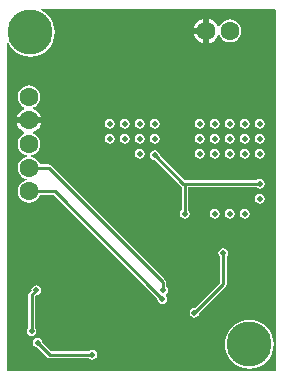
<source format=gbl>
G04 Layer_Physical_Order=2*
G04 Layer_Color=16711680*
%FSAX25Y25*%
%MOIN*%
G70*
G01*
G75*
%ADD27C,0.01000*%
%ADD28C,0.06300*%
%ADD29C,0.15000*%
%ADD30C,0.02000*%
G36*
X0419000Y0377867D02*
X0419332Y0377801D01*
X0419613Y0377613D01*
X0419801Y0377332D01*
X0419867Y0377000D01*
X0419878Y0377000D01*
Y0257500D01*
X0419879Y0257499D01*
X0419768Y0257232D01*
X0419501Y0257121D01*
X0419500Y0257121D01*
X0330121D01*
Y0366496D01*
X0330622Y0366621D01*
X0331233Y0365478D01*
X0332245Y0364245D01*
X0333478Y0363232D01*
X0334885Y0362480D01*
X0336412Y0362017D01*
X0338000Y0361861D01*
X0339588Y0362017D01*
X0341115Y0362480D01*
X0342522Y0363232D01*
X0343755Y0364245D01*
X0344767Y0365478D01*
X0345520Y0366885D01*
X0345983Y0368412D01*
X0346139Y0370000D01*
X0345983Y0371588D01*
X0345520Y0373115D01*
X0344767Y0374522D01*
X0343755Y0375755D01*
X0342522Y0376767D01*
X0341379Y0377379D01*
X0341504Y0377878D01*
X0419000D01*
Y0377867D01*
D02*
G37*
%LPC*%
G36*
X0404500Y0331131D02*
X0403876Y0331007D01*
X0403346Y0330654D01*
X0402993Y0330124D01*
X0402869Y0329500D01*
X0402993Y0328876D01*
X0403346Y0328346D01*
X0403876Y0327993D01*
X0404500Y0327869D01*
X0405124Y0327993D01*
X0405653Y0328346D01*
X0406007Y0328876D01*
X0406131Y0329500D01*
X0406007Y0330124D01*
X0405653Y0330654D01*
X0405124Y0331007D01*
X0404500Y0331131D01*
D02*
G37*
G36*
X0399500D02*
X0398876Y0331007D01*
X0398346Y0330654D01*
X0397993Y0330124D01*
X0397869Y0329500D01*
X0397993Y0328876D01*
X0398346Y0328346D01*
X0398876Y0327993D01*
X0399500Y0327869D01*
X0400124Y0327993D01*
X0400654Y0328346D01*
X0401007Y0328876D01*
X0401131Y0329500D01*
X0401007Y0330124D01*
X0400654Y0330654D01*
X0400124Y0331007D01*
X0399500Y0331131D01*
D02*
G37*
G36*
X0374500D02*
X0373876Y0331007D01*
X0373346Y0330654D01*
X0372993Y0330124D01*
X0372869Y0329500D01*
X0372993Y0328876D01*
X0373346Y0328346D01*
X0373876Y0327993D01*
X0374500Y0327869D01*
X0375124Y0327993D01*
X0375654Y0328346D01*
X0376007Y0328876D01*
X0376131Y0329500D01*
X0376007Y0330124D01*
X0375654Y0330654D01*
X0375124Y0331007D01*
X0374500Y0331131D01*
D02*
G37*
G36*
X0394500D02*
X0393876Y0331007D01*
X0393347Y0330654D01*
X0392993Y0330124D01*
X0392869Y0329500D01*
X0392993Y0328876D01*
X0393347Y0328346D01*
X0393876Y0327993D01*
X0394500Y0327869D01*
X0395124Y0327993D01*
X0395654Y0328346D01*
X0396007Y0328876D01*
X0396131Y0329500D01*
X0396007Y0330124D01*
X0395654Y0330654D01*
X0395124Y0331007D01*
X0394500Y0331131D01*
D02*
G37*
G36*
X0409500D02*
X0408876Y0331007D01*
X0408347Y0330654D01*
X0407993Y0330124D01*
X0407869Y0329500D01*
X0407993Y0328876D01*
X0408347Y0328346D01*
X0408876Y0327993D01*
X0409500Y0327869D01*
X0410124Y0327993D01*
X0410653Y0328346D01*
X0411007Y0328876D01*
X0411131Y0329500D01*
X0411007Y0330124D01*
X0410653Y0330654D01*
X0410124Y0331007D01*
X0409500Y0331131D01*
D02*
G37*
G36*
X0369500Y0336131D02*
X0368876Y0336007D01*
X0368347Y0335653D01*
X0367993Y0335124D01*
X0367869Y0334500D01*
X0367993Y0333876D01*
X0368347Y0333347D01*
X0368876Y0332993D01*
X0369500Y0332869D01*
X0370124Y0332993D01*
X0370654Y0333347D01*
X0371007Y0333876D01*
X0371131Y0334500D01*
X0371007Y0335124D01*
X0370654Y0335653D01*
X0370124Y0336007D01*
X0369500Y0336131D01*
D02*
G37*
G36*
X0374500D02*
X0373876Y0336007D01*
X0373346Y0335653D01*
X0372993Y0335124D01*
X0372869Y0334500D01*
X0372993Y0333876D01*
X0373346Y0333347D01*
X0373876Y0332993D01*
X0374500Y0332869D01*
X0375124Y0332993D01*
X0375654Y0333347D01*
X0376007Y0333876D01*
X0376131Y0334500D01*
X0376007Y0335124D01*
X0375654Y0335653D01*
X0375124Y0336007D01*
X0374500Y0336131D01*
D02*
G37*
G36*
X0414500Y0331131D02*
X0413876Y0331007D01*
X0413346Y0330654D01*
X0412993Y0330124D01*
X0412869Y0329500D01*
X0412993Y0328876D01*
X0413346Y0328346D01*
X0413876Y0327993D01*
X0414500Y0327869D01*
X0415124Y0327993D01*
X0415654Y0328346D01*
X0416007Y0328876D01*
X0416131Y0329500D01*
X0416007Y0330124D01*
X0415654Y0330654D01*
X0415124Y0331007D01*
X0414500Y0331131D01*
D02*
G37*
G36*
X0364500Y0336131D02*
X0363876Y0336007D01*
X0363347Y0335653D01*
X0362993Y0335124D01*
X0362869Y0334500D01*
X0362993Y0333876D01*
X0363347Y0333347D01*
X0363876Y0332993D01*
X0364500Y0332869D01*
X0365124Y0332993D01*
X0365653Y0333347D01*
X0366007Y0333876D01*
X0366131Y0334500D01*
X0366007Y0335124D01*
X0365653Y0335653D01*
X0365124Y0336007D01*
X0364500Y0336131D01*
D02*
G37*
G36*
X0379500Y0330631D02*
X0378876Y0330507D01*
X0378346Y0330153D01*
X0377993Y0329624D01*
X0377869Y0329000D01*
X0377993Y0328376D01*
X0378346Y0327847D01*
X0378876Y0327493D01*
X0379500Y0327369D01*
X0379538Y0327376D01*
X0388207Y0318707D01*
X0388207Y0318707D01*
X0388379Y0318592D01*
Y0310675D01*
X0388347Y0310653D01*
X0387993Y0310124D01*
X0387869Y0309500D01*
X0387993Y0308876D01*
X0388347Y0308347D01*
X0388876Y0307993D01*
X0389500Y0307869D01*
X0390124Y0307993D01*
X0390653Y0308347D01*
X0391007Y0308876D01*
X0391131Y0309500D01*
X0391007Y0310124D01*
X0390653Y0310653D01*
X0390621Y0310675D01*
Y0318378D01*
X0413325D01*
X0413346Y0318347D01*
X0413876Y0317993D01*
X0414500Y0317869D01*
X0415124Y0317993D01*
X0415654Y0318347D01*
X0416007Y0318876D01*
X0416131Y0319500D01*
X0416007Y0320124D01*
X0415654Y0320654D01*
X0415124Y0321007D01*
X0414500Y0321131D01*
X0413876Y0321007D01*
X0413346Y0320654D01*
X0413325Y0320621D01*
X0389465D01*
X0381124Y0328962D01*
X0381131Y0329000D01*
X0381007Y0329624D01*
X0380654Y0330153D01*
X0380124Y0330507D01*
X0379500Y0330631D01*
D02*
G37*
G36*
X0402300Y0297978D02*
X0401676Y0297854D01*
X0401147Y0297500D01*
X0400793Y0296971D01*
X0400669Y0296346D01*
X0400793Y0295722D01*
X0401147Y0295193D01*
X0401179Y0295171D01*
Y0286565D01*
X0392738Y0278124D01*
X0392700Y0278131D01*
X0392076Y0278007D01*
X0391547Y0277654D01*
X0391193Y0277124D01*
X0391069Y0276500D01*
X0391193Y0275876D01*
X0391547Y0275346D01*
X0392076Y0274993D01*
X0392700Y0274869D01*
X0393324Y0274993D01*
X0393853Y0275346D01*
X0394207Y0275876D01*
X0394331Y0276500D01*
X0394324Y0276538D01*
X0403093Y0285307D01*
X0403336Y0285671D01*
X0403422Y0286100D01*
X0403421Y0286100D01*
Y0295171D01*
X0403453Y0295193D01*
X0403807Y0295722D01*
X0403931Y0296346D01*
X0403807Y0296971D01*
X0403453Y0297500D01*
X0402924Y0297854D01*
X0402300Y0297978D01*
D02*
G37*
G36*
X0341554Y0339626D02*
X0337500D01*
X0333446D01*
X0333457Y0339543D01*
X0333875Y0338533D01*
X0334540Y0337666D01*
X0335407Y0337001D01*
X0336030Y0336743D01*
Y0336202D01*
X0335609Y0336028D01*
X0334825Y0335426D01*
X0334224Y0334643D01*
X0333846Y0333731D01*
X0333718Y0332752D01*
X0333846Y0331773D01*
X0334224Y0330861D01*
X0334825Y0330078D01*
X0335609Y0329476D01*
X0336521Y0329099D01*
X0336858Y0329054D01*
Y0328550D01*
X0336521Y0328505D01*
X0335609Y0328128D01*
X0334825Y0327526D01*
X0334224Y0326743D01*
X0333846Y0325831D01*
X0333718Y0324852D01*
X0333846Y0323873D01*
X0334224Y0322961D01*
X0334825Y0322178D01*
X0335609Y0321576D01*
X0336521Y0321199D01*
X0336858Y0321154D01*
Y0320650D01*
X0336521Y0320605D01*
X0335609Y0320228D01*
X0334825Y0319626D01*
X0334224Y0318843D01*
X0333846Y0317931D01*
X0333718Y0316952D01*
X0333846Y0315973D01*
X0334224Y0315061D01*
X0334825Y0314278D01*
X0335609Y0313676D01*
X0336521Y0313299D01*
X0337500Y0313170D01*
X0338479Y0313299D01*
X0339391Y0313676D01*
X0340175Y0314278D01*
X0340776Y0315061D01*
X0341094Y0315830D01*
X0345816D01*
X0380415Y0281231D01*
X0380369Y0281000D01*
X0380493Y0280376D01*
X0380847Y0279847D01*
X0381376Y0279493D01*
X0382000Y0279369D01*
X0382624Y0279493D01*
X0383154Y0279847D01*
X0383507Y0280376D01*
X0383631Y0281000D01*
X0383507Y0281624D01*
X0383154Y0282154D01*
X0383186Y0282733D01*
X0383355Y0282846D01*
X0383709Y0283376D01*
X0383833Y0284000D01*
X0383709Y0284624D01*
X0383355Y0285154D01*
X0383324Y0285175D01*
Y0286798D01*
X0383324Y0286798D01*
X0383238Y0287227D01*
X0382995Y0287591D01*
X0382995Y0287591D01*
X0344941Y0325645D01*
X0344577Y0325888D01*
X0344148Y0325974D01*
X0344148Y0325974D01*
X0341094D01*
X0340776Y0326743D01*
X0340175Y0327526D01*
X0339391Y0328128D01*
X0338479Y0328505D01*
X0338142Y0328550D01*
Y0329054D01*
X0338479Y0329099D01*
X0339391Y0329476D01*
X0340175Y0330078D01*
X0340776Y0330861D01*
X0341154Y0331773D01*
X0341282Y0332752D01*
X0341154Y0333731D01*
X0340776Y0334643D01*
X0340175Y0335426D01*
X0339391Y0336028D01*
X0338970Y0336202D01*
Y0336743D01*
X0339593Y0337001D01*
X0340460Y0337666D01*
X0341125Y0338533D01*
X0341543Y0339543D01*
X0341554Y0339626D01*
D02*
G37*
G36*
X0411000Y0274139D02*
X0409412Y0273983D01*
X0407885Y0273520D01*
X0406478Y0272767D01*
X0405245Y0271755D01*
X0404233Y0270522D01*
X0403480Y0269115D01*
X0403017Y0267588D01*
X0402861Y0266000D01*
X0403017Y0264412D01*
X0403480Y0262885D01*
X0404233Y0261478D01*
X0405245Y0260245D01*
X0406478Y0259232D01*
X0407885Y0258480D01*
X0409412Y0258017D01*
X0411000Y0257861D01*
X0412588Y0258017D01*
X0414115Y0258480D01*
X0415522Y0259232D01*
X0416755Y0260245D01*
X0417767Y0261478D01*
X0418520Y0262885D01*
X0418983Y0264412D01*
X0419139Y0266000D01*
X0418983Y0267588D01*
X0418520Y0269115D01*
X0417767Y0270522D01*
X0416755Y0271755D01*
X0415522Y0272767D01*
X0414115Y0273520D01*
X0412588Y0273983D01*
X0411000Y0274139D01*
D02*
G37*
G36*
X0340400Y0268131D02*
X0339776Y0268007D01*
X0339247Y0267653D01*
X0338893Y0267124D01*
X0338769Y0266500D01*
X0338893Y0265876D01*
X0339247Y0265347D01*
X0339776Y0264993D01*
X0340400Y0264869D01*
X0340453Y0264879D01*
X0343625Y0261707D01*
X0343625Y0261707D01*
X0343989Y0261464D01*
X0344418Y0261379D01*
X0357456D01*
X0357478Y0261347D01*
X0358007Y0260993D01*
X0358631Y0260869D01*
X0359256Y0260993D01*
X0359785Y0261347D01*
X0360139Y0261876D01*
X0360263Y0262500D01*
X0360139Y0263124D01*
X0359785Y0263653D01*
X0359256Y0264007D01*
X0358631Y0264131D01*
X0358007Y0264007D01*
X0357478Y0263653D01*
X0357456Y0263621D01*
X0344883D01*
X0342027Y0266477D01*
X0342031Y0266500D01*
X0341907Y0267124D01*
X0341553Y0267653D01*
X0341024Y0268007D01*
X0340400Y0268131D01*
D02*
G37*
G36*
X0340000Y0285631D02*
X0339376Y0285507D01*
X0338846Y0285154D01*
X0338493Y0284624D01*
X0338369Y0284000D01*
X0338376Y0283962D01*
X0337607Y0283193D01*
X0337364Y0282829D01*
X0337278Y0282400D01*
X0337279Y0282400D01*
Y0271575D01*
X0337246Y0271553D01*
X0336893Y0271024D01*
X0336769Y0270400D01*
X0336893Y0269776D01*
X0337246Y0269247D01*
X0337776Y0268893D01*
X0338400Y0268769D01*
X0339024Y0268893D01*
X0339553Y0269247D01*
X0339907Y0269776D01*
X0340031Y0270400D01*
X0339907Y0271024D01*
X0339553Y0271553D01*
X0339522Y0271575D01*
Y0281935D01*
X0339962Y0282376D01*
X0340000Y0282369D01*
X0340624Y0282493D01*
X0341154Y0282846D01*
X0341507Y0283376D01*
X0341631Y0284000D01*
X0341507Y0284624D01*
X0341154Y0285154D01*
X0340624Y0285507D01*
X0340000Y0285631D01*
D02*
G37*
G36*
X0409500Y0311131D02*
X0408876Y0311007D01*
X0408347Y0310653D01*
X0407993Y0310124D01*
X0407869Y0309500D01*
X0407993Y0308876D01*
X0408347Y0308347D01*
X0408876Y0307993D01*
X0409500Y0307869D01*
X0410124Y0307993D01*
X0410653Y0308347D01*
X0411007Y0308876D01*
X0411131Y0309500D01*
X0411007Y0310124D01*
X0410653Y0310653D01*
X0410124Y0311007D01*
X0409500Y0311131D01*
D02*
G37*
G36*
X0414500Y0316131D02*
X0413876Y0316007D01*
X0413346Y0315653D01*
X0412993Y0315124D01*
X0412869Y0314500D01*
X0412993Y0313876D01*
X0413346Y0313347D01*
X0413876Y0312993D01*
X0414500Y0312869D01*
X0415124Y0312993D01*
X0415654Y0313347D01*
X0416007Y0313876D01*
X0416131Y0314500D01*
X0416007Y0315124D01*
X0415654Y0315653D01*
X0415124Y0316007D01*
X0414500Y0316131D01*
D02*
G37*
G36*
X0399500Y0311131D02*
X0398876Y0311007D01*
X0398346Y0310653D01*
X0397993Y0310124D01*
X0397869Y0309500D01*
X0397993Y0308876D01*
X0398346Y0308347D01*
X0398876Y0307993D01*
X0399500Y0307869D01*
X0400124Y0307993D01*
X0400654Y0308347D01*
X0401007Y0308876D01*
X0401131Y0309500D01*
X0401007Y0310124D01*
X0400654Y0310653D01*
X0400124Y0311007D01*
X0399500Y0311131D01*
D02*
G37*
G36*
X0404500D02*
X0403876Y0311007D01*
X0403346Y0310653D01*
X0402993Y0310124D01*
X0402869Y0309500D01*
X0402993Y0308876D01*
X0403346Y0308347D01*
X0403876Y0307993D01*
X0404500Y0307869D01*
X0405124Y0307993D01*
X0405653Y0308347D01*
X0406007Y0308876D01*
X0406131Y0309500D01*
X0406007Y0310124D01*
X0405653Y0310653D01*
X0405124Y0311007D01*
X0404500Y0311131D01*
D02*
G37*
G36*
Y0341131D02*
X0403876Y0341007D01*
X0403346Y0340653D01*
X0402993Y0340124D01*
X0402869Y0339500D01*
X0402993Y0338876D01*
X0403346Y0338347D01*
X0403876Y0337993D01*
X0404500Y0337869D01*
X0405124Y0337993D01*
X0405653Y0338347D01*
X0406007Y0338876D01*
X0406131Y0339500D01*
X0406007Y0340124D01*
X0405653Y0340653D01*
X0405124Y0341007D01*
X0404500Y0341131D01*
D02*
G37*
G36*
X0409500D02*
X0408876Y0341007D01*
X0408347Y0340653D01*
X0407993Y0340124D01*
X0407869Y0339500D01*
X0407993Y0338876D01*
X0408347Y0338347D01*
X0408876Y0337993D01*
X0409500Y0337869D01*
X0410124Y0337993D01*
X0410653Y0338347D01*
X0411007Y0338876D01*
X0411131Y0339500D01*
X0411007Y0340124D01*
X0410653Y0340653D01*
X0410124Y0341007D01*
X0409500Y0341131D01*
D02*
G37*
G36*
X0394500D02*
X0393876Y0341007D01*
X0393347Y0340653D01*
X0392993Y0340124D01*
X0392869Y0339500D01*
X0392993Y0338876D01*
X0393347Y0338347D01*
X0393876Y0337993D01*
X0394500Y0337869D01*
X0395124Y0337993D01*
X0395654Y0338347D01*
X0396007Y0338876D01*
X0396131Y0339500D01*
X0396007Y0340124D01*
X0395654Y0340653D01*
X0395124Y0341007D01*
X0394500Y0341131D01*
D02*
G37*
G36*
X0399500D02*
X0398876Y0341007D01*
X0398346Y0340653D01*
X0397993Y0340124D01*
X0397869Y0339500D01*
X0397993Y0338876D01*
X0398346Y0338347D01*
X0398876Y0337993D01*
X0399500Y0337869D01*
X0400124Y0337993D01*
X0400654Y0338347D01*
X0401007Y0338876D01*
X0401131Y0339500D01*
X0401007Y0340124D01*
X0400654Y0340653D01*
X0400124Y0341007D01*
X0399500Y0341131D01*
D02*
G37*
G36*
X0414500D02*
X0413876Y0341007D01*
X0413346Y0340653D01*
X0412993Y0340124D01*
X0412869Y0339500D01*
X0412993Y0338876D01*
X0413346Y0338347D01*
X0413876Y0337993D01*
X0414500Y0337869D01*
X0415124Y0337993D01*
X0415654Y0338347D01*
X0416007Y0338876D01*
X0416131Y0339500D01*
X0416007Y0340124D01*
X0415654Y0340653D01*
X0415124Y0341007D01*
X0414500Y0341131D01*
D02*
G37*
G36*
X0397626Y0374554D02*
Y0370500D01*
Y0366446D01*
X0397709Y0366457D01*
X0398719Y0366875D01*
X0399586Y0367540D01*
X0400251Y0368407D01*
X0400509Y0369030D01*
X0401050D01*
X0401224Y0368609D01*
X0401826Y0367826D01*
X0402609Y0367224D01*
X0403521Y0366846D01*
X0404500Y0366718D01*
X0405479Y0366846D01*
X0406391Y0367224D01*
X0407174Y0367826D01*
X0407776Y0368609D01*
X0408153Y0369521D01*
X0408282Y0370500D01*
X0408153Y0371479D01*
X0407776Y0372391D01*
X0407174Y0373175D01*
X0406391Y0373776D01*
X0405479Y0374153D01*
X0404500Y0374282D01*
X0403521Y0374153D01*
X0402609Y0373776D01*
X0401826Y0373175D01*
X0401224Y0372391D01*
X0401050Y0371970D01*
X0400509D01*
X0400251Y0372593D01*
X0399586Y0373460D01*
X0398719Y0374125D01*
X0397709Y0374543D01*
X0397626Y0374554D01*
D02*
G37*
G36*
X0395626D02*
X0395543Y0374543D01*
X0394533Y0374125D01*
X0393666Y0373460D01*
X0393001Y0372593D01*
X0392583Y0371583D01*
X0392572Y0371500D01*
X0395626D01*
Y0374554D01*
D02*
G37*
G36*
X0337500Y0352282D02*
X0336521Y0352153D01*
X0335609Y0351776D01*
X0334825Y0351174D01*
X0334224Y0350391D01*
X0333846Y0349479D01*
X0333718Y0348500D01*
X0333846Y0347521D01*
X0334224Y0346609D01*
X0334825Y0345826D01*
X0335609Y0345224D01*
X0336030Y0345050D01*
Y0344509D01*
X0335407Y0344251D01*
X0334540Y0343586D01*
X0333875Y0342719D01*
X0333457Y0341709D01*
X0333446Y0341626D01*
X0337500D01*
X0341554D01*
X0341543Y0341709D01*
X0341125Y0342719D01*
X0340460Y0343586D01*
X0339593Y0344251D01*
X0338970Y0344509D01*
Y0345050D01*
X0339391Y0345224D01*
X0340175Y0345826D01*
X0340776Y0346609D01*
X0341154Y0347521D01*
X0341282Y0348500D01*
X0341154Y0349479D01*
X0340776Y0350391D01*
X0340175Y0351174D01*
X0339391Y0351776D01*
X0338479Y0352153D01*
X0337500Y0352282D01*
D02*
G37*
G36*
X0395626Y0369500D02*
X0392572D01*
X0392583Y0369417D01*
X0393001Y0368407D01*
X0393666Y0367540D01*
X0394533Y0366875D01*
X0395543Y0366457D01*
X0395626Y0366446D01*
Y0369500D01*
D02*
G37*
G36*
X0379500Y0341131D02*
X0378876Y0341007D01*
X0378346Y0340653D01*
X0377993Y0340124D01*
X0377869Y0339500D01*
X0377993Y0338876D01*
X0378346Y0338347D01*
X0378876Y0337993D01*
X0379500Y0337869D01*
X0380124Y0337993D01*
X0380654Y0338347D01*
X0381007Y0338876D01*
X0381131Y0339500D01*
X0381007Y0340124D01*
X0380654Y0340653D01*
X0380124Y0341007D01*
X0379500Y0341131D01*
D02*
G37*
G36*
X0399500Y0336131D02*
X0398876Y0336007D01*
X0398346Y0335653D01*
X0397993Y0335124D01*
X0397869Y0334500D01*
X0397993Y0333876D01*
X0398346Y0333347D01*
X0398876Y0332993D01*
X0399500Y0332869D01*
X0400124Y0332993D01*
X0400654Y0333347D01*
X0401007Y0333876D01*
X0401131Y0334500D01*
X0401007Y0335124D01*
X0400654Y0335653D01*
X0400124Y0336007D01*
X0399500Y0336131D01*
D02*
G37*
G36*
X0404500D02*
X0403876Y0336007D01*
X0403346Y0335653D01*
X0402993Y0335124D01*
X0402869Y0334500D01*
X0402993Y0333876D01*
X0403346Y0333347D01*
X0403876Y0332993D01*
X0404500Y0332869D01*
X0405124Y0332993D01*
X0405653Y0333347D01*
X0406007Y0333876D01*
X0406131Y0334500D01*
X0406007Y0335124D01*
X0405653Y0335653D01*
X0405124Y0336007D01*
X0404500Y0336131D01*
D02*
G37*
G36*
X0379500D02*
X0378876Y0336007D01*
X0378346Y0335653D01*
X0377993Y0335124D01*
X0377869Y0334500D01*
X0377993Y0333876D01*
X0378346Y0333347D01*
X0378876Y0332993D01*
X0379500Y0332869D01*
X0380124Y0332993D01*
X0380654Y0333347D01*
X0381007Y0333876D01*
X0381131Y0334500D01*
X0381007Y0335124D01*
X0380654Y0335653D01*
X0380124Y0336007D01*
X0379500Y0336131D01*
D02*
G37*
G36*
X0394500D02*
X0393876Y0336007D01*
X0393347Y0335653D01*
X0392993Y0335124D01*
X0392869Y0334500D01*
X0392993Y0333876D01*
X0393347Y0333347D01*
X0393876Y0332993D01*
X0394500Y0332869D01*
X0395124Y0332993D01*
X0395654Y0333347D01*
X0396007Y0333876D01*
X0396131Y0334500D01*
X0396007Y0335124D01*
X0395654Y0335653D01*
X0395124Y0336007D01*
X0394500Y0336131D01*
D02*
G37*
G36*
X0409500D02*
X0408876Y0336007D01*
X0408347Y0335653D01*
X0407993Y0335124D01*
X0407869Y0334500D01*
X0407993Y0333876D01*
X0408347Y0333347D01*
X0408876Y0332993D01*
X0409500Y0332869D01*
X0410124Y0332993D01*
X0410653Y0333347D01*
X0411007Y0333876D01*
X0411131Y0334500D01*
X0411007Y0335124D01*
X0410653Y0335653D01*
X0410124Y0336007D01*
X0409500Y0336131D01*
D02*
G37*
G36*
X0369500Y0341131D02*
X0368876Y0341007D01*
X0368347Y0340653D01*
X0367993Y0340124D01*
X0367869Y0339500D01*
X0367993Y0338876D01*
X0368347Y0338347D01*
X0368876Y0337993D01*
X0369500Y0337869D01*
X0370124Y0337993D01*
X0370654Y0338347D01*
X0371007Y0338876D01*
X0371131Y0339500D01*
X0371007Y0340124D01*
X0370654Y0340653D01*
X0370124Y0341007D01*
X0369500Y0341131D01*
D02*
G37*
G36*
X0374500D02*
X0373876Y0341007D01*
X0373346Y0340653D01*
X0372993Y0340124D01*
X0372869Y0339500D01*
X0372993Y0338876D01*
X0373346Y0338347D01*
X0373876Y0337993D01*
X0374500Y0337869D01*
X0375124Y0337993D01*
X0375654Y0338347D01*
X0376007Y0338876D01*
X0376131Y0339500D01*
X0376007Y0340124D01*
X0375654Y0340653D01*
X0375124Y0341007D01*
X0374500Y0341131D01*
D02*
G37*
G36*
X0414500Y0336131D02*
X0413876Y0336007D01*
X0413346Y0335653D01*
X0412993Y0335124D01*
X0412869Y0334500D01*
X0412993Y0333876D01*
X0413346Y0333347D01*
X0413876Y0332993D01*
X0414500Y0332869D01*
X0415124Y0332993D01*
X0415654Y0333347D01*
X0416007Y0333876D01*
X0416131Y0334500D01*
X0416007Y0335124D01*
X0415654Y0335653D01*
X0415124Y0336007D01*
X0414500Y0336131D01*
D02*
G37*
G36*
X0364500Y0341131D02*
X0363876Y0341007D01*
X0363347Y0340653D01*
X0362993Y0340124D01*
X0362869Y0339500D01*
X0362993Y0338876D01*
X0363347Y0338347D01*
X0363876Y0337993D01*
X0364500Y0337869D01*
X0365124Y0337993D01*
X0365653Y0338347D01*
X0366007Y0338876D01*
X0366131Y0339500D01*
X0366007Y0340124D01*
X0365653Y0340653D01*
X0365124Y0341007D01*
X0364500Y0341131D01*
D02*
G37*
%LPD*%
D27*
X0340400Y0266500D02*
Y0266518D01*
Y0266500D02*
X0340618D01*
X0340518Y0266400D02*
X0340618Y0266500D01*
X0338400Y0270400D02*
Y0282400D01*
X0402300Y0286100D02*
Y0296346D01*
X0382000Y0281000D02*
Y0281500D01*
X0382202Y0284000D02*
Y0286798D01*
X0346280Y0316952D02*
X0381332Y0281900D01*
X0381600D01*
X0382000Y0281500D01*
X0389500Y0309500D02*
Y0319000D01*
X0389000Y0319500D02*
X0414500D01*
X0379500Y0329000D02*
X0389000Y0319500D01*
X0337500Y0324852D02*
X0344148D01*
X0337500Y0316952D02*
X0346280D01*
X0344148Y0324852D02*
X0382202Y0286798D01*
X0344418Y0262500D02*
X0358631D01*
X0340518Y0266400D02*
X0344418Y0262500D01*
X0338400Y0282400D02*
X0340000Y0284000D01*
X0392700Y0276500D02*
X0402300Y0286100D01*
D28*
X0396626Y0370500D02*
D03*
X0404500D02*
D03*
X0337500Y0316952D02*
D03*
Y0324852D02*
D03*
Y0332752D02*
D03*
Y0340626D02*
D03*
Y0348500D02*
D03*
D29*
X0411000Y0266000D02*
D03*
X0338000Y0370000D02*
D03*
D30*
X0340400Y0266500D02*
D03*
X0338400Y0270400D02*
D03*
X0402300Y0296346D02*
D03*
X0402760Y0281661D02*
D03*
X0404500Y0309500D02*
D03*
X0394000Y0274000D02*
D03*
X0398000D02*
D03*
X0392700Y0276500D02*
D03*
X0382000Y0281000D02*
D03*
X0382202Y0284000D02*
D03*
X0386000Y0274000D02*
D03*
X0390000D02*
D03*
X0377300Y0260750D02*
D03*
X0367642Y0260484D02*
D03*
X0340000Y0284000D02*
D03*
X0389500Y0309500D02*
D03*
X0379500Y0329000D02*
D03*
X0414500Y0319500D02*
D03*
X0347500Y0268000D02*
D03*
X0349500D02*
D03*
X0347500Y0265500D02*
D03*
X0349500D02*
D03*
X0346000Y0277000D02*
D03*
Y0274500D02*
D03*
X0336992Y0261000D02*
D03*
X0364500Y0329500D02*
D03*
X0369500D02*
D03*
Y0324500D02*
D03*
X0364500D02*
D03*
Y0319500D02*
D03*
X0369500D02*
D03*
Y0314500D02*
D03*
X0364500D02*
D03*
Y0309500D02*
D03*
X0369500D02*
D03*
X0374500D02*
D03*
Y0314500D02*
D03*
Y0319500D02*
D03*
Y0324500D02*
D03*
X0379500Y0319500D02*
D03*
Y0314500D02*
D03*
Y0309500D02*
D03*
X0384000D02*
D03*
X0384500Y0314500D02*
D03*
Y0319500D02*
D03*
Y0329500D02*
D03*
X0389500D02*
D03*
Y0334500D02*
D03*
Y0339500D02*
D03*
X0384500D02*
D03*
Y0334500D02*
D03*
X0389500Y0324500D02*
D03*
X0394500Y0314500D02*
D03*
Y0324500D02*
D03*
X0399500D02*
D03*
Y0314500D02*
D03*
X0404500D02*
D03*
X0409500Y0324500D02*
D03*
X0414500D02*
D03*
X0404500D02*
D03*
X0409500Y0314500D02*
D03*
X0414500Y0309500D02*
D03*
X0394500D02*
D03*
X0383012Y0351000D02*
D03*
X0389988D02*
D03*
X0385500Y0361500D02*
D03*
X0391500Y0366500D02*
D03*
Y0362000D02*
D03*
X0397000D02*
D03*
X0391500Y0371000D02*
D03*
X0344500Y0341500D02*
D03*
Y0338000D02*
D03*
Y0334500D02*
D03*
Y0331000D02*
D03*
X0354000Y0329366D02*
D03*
X0398000Y0270000D02*
D03*
X0394000D02*
D03*
X0390000D02*
D03*
X0386000D02*
D03*
X0398000Y0266000D02*
D03*
X0394000D02*
D03*
X0390000D02*
D03*
X0386000D02*
D03*
X0398000Y0262000D02*
D03*
X0394000D02*
D03*
X0390000D02*
D03*
X0386000D02*
D03*
X0353000Y0360000D02*
D03*
X0357000D02*
D03*
X0361000D02*
D03*
X0365000D02*
D03*
X0369000D02*
D03*
X0373000D02*
D03*
X0377000D02*
D03*
Y0364000D02*
D03*
X0373000D02*
D03*
X0369000D02*
D03*
X0365000D02*
D03*
X0361000D02*
D03*
X0357000D02*
D03*
X0353000D02*
D03*
X0361100Y0293700D02*
D03*
Y0291500D02*
D03*
X0364100D02*
D03*
X0368300D02*
D03*
X0364500Y0339500D02*
D03*
X0369500D02*
D03*
X0374500D02*
D03*
X0379500D02*
D03*
X0364500Y0334500D02*
D03*
X0369500D02*
D03*
X0374500D02*
D03*
X0379500D02*
D03*
X0374500Y0329500D02*
D03*
X0394500Y0339500D02*
D03*
X0399500D02*
D03*
X0394500Y0334500D02*
D03*
X0399500D02*
D03*
X0404500D02*
D03*
Y0329500D02*
D03*
X0399500D02*
D03*
X0394500D02*
D03*
X0404500Y0339500D02*
D03*
X0409500D02*
D03*
X0414500D02*
D03*
Y0334500D02*
D03*
Y0329500D02*
D03*
X0409500Y0334500D02*
D03*
Y0329500D02*
D03*
Y0309500D02*
D03*
X0399500D02*
D03*
X0414500Y0314500D02*
D03*
X0358631Y0262500D02*
D03*
X0379500Y0324500D02*
D03*
X0366900Y0317200D02*
D03*
X0371900Y0312000D02*
D03*
Y0322100D02*
D03*
X0376900Y0316900D02*
D03*
X0381700Y0312200D02*
D03*
X0386800Y0317300D02*
D03*
X0381900Y0321800D02*
D03*
X0386900Y0326900D02*
D03*
X0386800Y0337200D02*
D03*
X0396800Y0322100D02*
D03*
X0401900Y0321800D02*
D03*
X0407000Y0322100D02*
D03*
X0406800Y0317000D02*
D03*
X0401900Y0316900D02*
D03*
X0396900D02*
D03*
M02*

</source>
